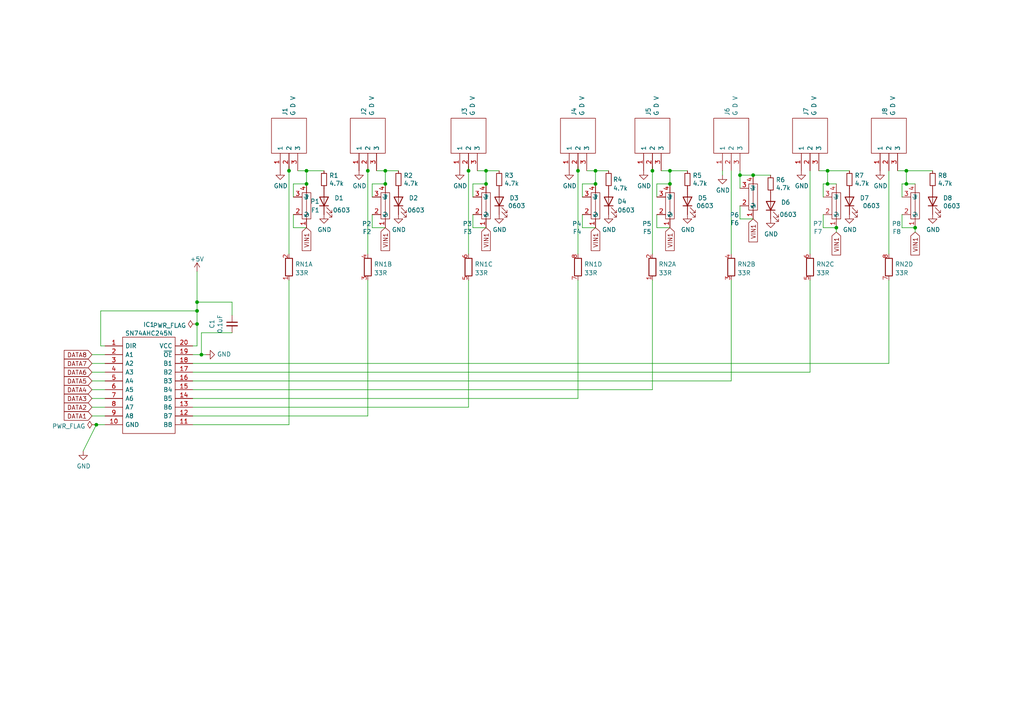
<source format=kicad_sch>
(kicad_sch (version 20211123) (generator eeschema)
  (paper "A4")
  (title_block (title "RPI Cape DPI 24ch Pixel Controller") (date "2022-04-04") (company "OnlineDynamic"))
  (lib_symbols
    (symbol "Device:C_Small" (pin_numbers hide) (pin_names (offset 0.254) hide)
      (property "Reference" "C" (at 0.254 1.778 0))
      (property "Value" "C_Small" (at 0.254 -2.032 0))
      (symbol "C_Small_0_1"
        (polyline (pts (xy -1.524 -0.508) (xy 1.524 -0.508)) (stroke (width 0.3302)))
        (polyline (pts (xy -1.524 0.508) (xy 1.524 0.508)) (stroke (width 0.3048)))
      )
      (symbol "C_Small_1_1"
        (pin passive line (at 0 2.54 270) (length 2.032) (name "~") (number "1"))
        (pin passive line (at 0 -2.54 90) (length 2.032) (name "~") (number "2"))
      )
    )
    (symbol "Device:LED" (pin_numbers hide) (pin_names (offset 1.016) hide)
      (property "Reference" "D" (at 0 2.54 0))
      (property "Value" "LED" (at 0 -2.54 0))
      (symbol "LED_0_1"
        (polyline (pts (xy -1.27 -1.27) (xy -1.27 1.27)) (stroke (width 0.254)))
        (polyline (pts (xy -1.27 0) (xy 1.27 0)))
        (polyline (pts (xy 1.27 -1.27) (xy 1.27 1.27) (xy -1.27 0) (xy 1.27 -1.27)) (stroke (width 0.254)))
        (polyline (pts (xy -3.048 -0.762) (xy -4.572 -2.286) (xy -3.81 -2.286) (xy -4.572 -2.286) (xy -4.572 -1.524)))
        (polyline (pts (xy -1.778 -0.762) (xy -3.302 -2.286) (xy -2.54 -2.286) (xy -3.302 -2.286) (xy -3.302 -1.524)))
      )
      (symbol "LED_1_1"
        (pin passive line (at -3.81 0 0) (length 2.54) (name "K") (number "1"))
        (pin passive line (at 3.81 0 180) (length 2.54) (name "A") (number "2"))
      )
    )
    (symbol "Device:R_Pack04_SIP_Split" (pin_names (offset 0) hide)
      (property "Reference" "RN" (at 2.032 0 90))
      (property "Value" "R_Pack04_SIP_Split" (at 0 0 90))
      (symbol "R_Pack04_SIP_Split_0_1"
        (rectangle (start 1.016 2.54) (end -1.016 -2.54) (stroke (width 0.254)))
      )
      (symbol "R_Pack04_SIP_Split_1_1"
        (pin passive line (at 0 -3.81 90) (length 1.27) (name "R1.1") (number "1"))
        (pin passive line (at 0 3.81 270) (length 1.27) (name "R1.2") (number "2"))
      )
      (symbol "R_Pack04_SIP_Split_2_1"
        (pin passive line (at 0 -3.81 90) (length 1.27) (name "R2.1") (number "3"))
        (pin passive line (at 0 3.81 270) (length 1.27) (name "R2.2") (number "4"))
      )
      (symbol "R_Pack04_SIP_Split_3_1"
        (pin passive line (at 0 -3.81 90) (length 1.27) (name "R3.1") (number "5"))
        (pin passive line (at 0 3.81 270) (length 1.27) (name "R3.2") (number "6"))
      )
      (symbol "R_Pack04_SIP_Split_4_1"
        (pin passive line (at 0 -3.81 90) (length 1.27) (name "R4.1") (number "7"))
        (pin passive line (at 0 3.81 270) (length 1.27) (name "R4.2") (number "8"))
      )
    )
    (symbol "Device:R_Small" (pin_numbers hide) (pin_names (offset 0.254) hide)
      (property "Reference" "R" (at 0.762 0.508 0))
      (property "Value" "R_Small" (at 0.762 -1.016 0))
      (symbol "R_Small_0_1"
        (rectangle (start -0.762 1.778) (end 0.762 -1.778) (stroke (width 0.2032)))
      )
      (symbol "R_Small_1_1"
        (pin passive line (at 0 2.54 270) (length 0.762) (name "~") (number "1"))
        (pin passive line (at 0 -2.54 90) (length 0.762) (name "~") (number "2"))
      )
    )
    (symbol "SamacSys_Parts:SN74AHC245N" (pin_names (offset 0.762))
      (property "Reference" "IC" (at 21.59 7.62 0))
      (property "Value" "SN74AHC245N" (at 21.59 5.08 0))
      (symbol "SN74AHC245N_0_0"
        (pin passive line (at 0 0 0) (length 5.08) (name "DIR") (number "1"))
        (pin passive line (at 0 -22.86 0) (length 5.08) (name "GND") (number "10"))
        (pin passive line (at 25.4 -22.86 180) (length 5.08) (name "B8") (number "11"))
        (pin passive line (at 25.4 -20.32 180) (length 5.08) (name "B7") (number "12"))
        (pin passive line (at 25.4 -17.78 180) (length 5.08) (name "B6") (number "13"))
        (pin passive line (at 25.4 -15.24 180) (length 5.08) (name "B5") (number "14"))
        (pin passive line (at 25.4 -12.7 180) (length 5.08) (name "B4") (number "15"))
        (pin passive line (at 25.4 -10.16 180) (length 5.08) (name "B3") (number "16"))
        (pin passive line (at 25.4 -7.62 180) (length 5.08) (name "B2") (number "17"))
        (pin passive line (at 25.4 -5.08 180) (length 5.08) (name "B1") (number "18"))
        (pin passive line (at 25.4 -2.54 180) (length 5.08) (name "~{OE}") (number "19"))
        (pin passive line (at 0 -2.54 0) (length 5.08) (name "A1") (number "2"))
        (pin passive line (at 25.4 0 180) (length 5.08) (name "VCC") (number "20"))
        (pin passive line (at 0 -5.08 0) (length 5.08) (name "A2") (number "3"))
        (pin passive line (at 0 -7.62 0) (length 5.08) (name "A3") (number "4"))
        (pin passive line (at 0 -10.16 0) (length 5.08) (name "A4") (number "5"))
        (pin passive line (at 0 -12.7 0) (length 5.08) (name "A5") (number "6"))
        (pin passive line (at 0 -15.24 0) (length 5.08) (name "A6") (number "7"))
        (pin passive line (at 0 -17.78 0) (length 5.08) (name "A7") (number "8"))
        (pin passive line (at 0 -20.32 0) (length 5.08) (name "A8") (number "9"))
      )
      (symbol "SN74AHC245N_0_1"
        (polyline (pts (xy 5.08 2.54) (xy 20.32 2.54) (xy 20.32 -25.4) (xy 5.08 -25.4) (xy 5.08 2.54)) (stroke (width 0.1524)))
      )
    )
    (symbol "Stuarts_BESPOKE:Medium_Auto_Fuse_Holder"
      (property "Reference" "F" (at 0 0 0))
      (property "Value" "Medium_Auto_Fuse_Holder" (at 11.43 -5.08 0))
      (symbol "Medium_Auto_Fuse_Holder_0_1"
        (rectangle (start -3.81 -2.54) (end -1.27 -10.16) (stroke (width 0.1524)))
        (polyline (pts (xy -2.54 -10.16) (xy -2.54 -2.54)) (stroke (width 0.1524)))
      )
      (symbol "Medium_Auto_Fuse_Holder_1_1"
        (pin input line (at -2.54 0 270) (length 2.54) (name "1") (number "1"))
        (pin input line (at 1.27 -3.81 180) (length 2.54) (name "2") (number "2"))
        (pin output line (at 1.27 -8.89 180) (length 2.54) (name "3") (number "3"))
        (pin output line (at -2.54 -12.7 90) (length 2.54) (name "4") (number "4"))
      )
    )
    (symbol "owl_cape-rescue:284514-3-SamacSys_Parts" (pin_names (offset 0.762))
      (property "Reference" "J" (at 16.51 7.62 0))
      (property "Value" "284514-3-SamacSys_Parts" (at 16.51 5.08 0))
      (symbol "284514-3-SamacSys_Parts_0_0"
        (pin passive line (at 0 0 0) (length 5.08) (name "1") (number "1"))
        (pin passive line (at 0 -2.54 0) (length 5.08) (name "2") (number "2"))
        (pin passive line (at 0 -5.08 0) (length 5.08) (name "3") (number "3"))
      )
      (symbol "284514-3-SamacSys_Parts_0_1"
        (polyline (pts (xy 5.08 2.54) (xy 15.24 2.54) (xy 15.24 -7.62) (xy 5.08 -7.62) (xy 5.08 2.54)) (stroke (width 0.1524)))
      )
    )
    (symbol "power:+5V" (power) (pin_names (offset 0))
      (property "Value" "+5V" (at 0 3.556 0))
      (symbol "+5V_0_1"
        (polyline (pts (xy -0.762 1.27) (xy 0 2.54)))
        (polyline (pts (xy 0 0) (xy 0 2.54)))
        (polyline (pts (xy 0 2.54) (xy 0.762 1.27)))
      )
      (symbol "+5V_1_1"
        (pin power_in line (at 0 0 90) (length 0) hide (name "+5V") (number "1"))
      )
    )
    (symbol "power:GND" (power) (pin_names (offset 0))
      (property "Value" "GND" (at 0 -3.81 0))
      (symbol "GND_0_1"
        (polyline (pts (xy 0 0) (xy 0 -1.27) (xy 1.27 -1.27) (xy 0 -2.54) (xy -1.27 -1.27) (xy 0 -1.27)))
      )
      (symbol "GND_1_1"
        (pin power_in line (at 0 0 270) (length 0) hide (name "GND") (number "1"))
      )
    )
    (symbol "power:PWR_FLAG" (power) (pin_numbers hide) (pin_names (offset 0) hide)
      (property "Value" "PWR_FLAG" (at 0 3.81 0))
      (symbol "PWR_FLAG_0_0"
        (pin power_out line (at 0 0 90) (length 0) (name "pwr") (number "1"))
      )
      (symbol "PWR_FLAG_0_1"
        (polyline (pts (xy 0 0) (xy 0 1.27) (xy -1.016 1.905) (xy 0 2.54) (xy 1.016 1.905) (xy 0 1.27)))
      )
    )
  )
  (junction (at 140.97 53.34))
  (junction (at 106.68 49.53))
  (junction (at 240.03 53.34))
  (junction (at 135.89 49.53))
  (junction (at 57.15 90.17))
  (junction (at 194.31 53.34))
  (junction (at 88.9 49.53))
  (junction (at 240.03 49.53))
  (junction (at 172.72 53.34))
  (junction (at 57.15 93.98))
  (junction (at 262.89 49.53))
  (junction (at 265.43 66.04))
  (junction (at 83.82 49.53))
  (junction (at 218.44 50.8))
  (junction (at 262.89 53.34))
  (junction (at 27.94 123.19))
  (junction (at 57.15 87.63))
  (junction (at 58.42 102.87))
  (junction (at 111.76 49.53))
  (junction (at 140.97 49.53))
  (junction (at 194.31 49.53))
  (junction (at 189.23 49.53))
  (junction (at 172.72 49.53))
  (junction (at 167.64 49.53))
  (junction (at 111.76 53.34))
  (junction (at 214.63 50.8))
  (junction (at 242.57 66.04))
  (junction (at 88.9 53.34))
  (wire (pts (xy 88.9 49.53) (xy 93.98 49.53)))
  (wire (pts (xy 242.57 66.04) (xy 242.57 67.31)))
  (wire (pts (xy 168.91 53.34) (xy 172.72 53.34)))
  (wire (pts (xy 265.43 66.04) (xy 265.43 67.31)))
  (wire (pts (xy 140.97 49.53) (xy 144.78 49.53)))
  (wire (pts (xy 261.62 66.04) (xy 265.43 66.04)))
  (wire (pts (xy 137.16 57.15) (xy 137.16 53.34)))
  (wire (pts (xy 138.43 49.53) (xy 140.97 49.53)))
  (wire (pts (xy 234.95 49.53) (xy 234.95 73.66)))
  (wire (pts (xy 107.95 57.15) (xy 107.95 53.34)))
  (wire (pts (xy 85.09 53.34) (xy 88.9 53.34)))
  (wire (pts (xy 109.22 49.53) (xy 111.76 49.53)))
  (wire (pts (xy 30.48 110.49) (xy 26.67 110.49)))
  (wire (pts (xy 67.31 96.52) (xy 58.42 96.52)))
  (wire (pts (xy 240.03 49.53) (xy 246.38 49.53)))
  (wire (pts (xy 58.42 96.52) (xy 58.42 102.87)))
  (wire (pts (xy 218.44 50.8) (xy 223.52 50.8)))
  (wire (pts (xy 85.09 62.23) (xy 85.09 66.04)))
  (wire (pts (xy 26.67 107.95) (xy 30.48 107.95)))
  (wire (pts (xy 261.62 53.34) (xy 262.89 53.34)))
  (wire (pts (xy 83.82 49.53) (xy 83.82 73.66)))
  (wire (pts (xy 107.95 62.23) (xy 107.95 66.04)))
  (wire (pts (xy 137.16 53.34) (xy 140.97 53.34)))
  (wire (pts (xy 167.64 48.26) (xy 167.64 49.53)))
  (wire (pts (xy 190.5 66.04) (xy 194.31 66.04)))
  (wire (pts (xy 262.89 49.53) (xy 262.89 53.34)))
  (wire (pts (xy 26.67 118.11) (xy 30.48 118.11)))
  (wire (pts (xy 55.88 100.33) (xy 57.15 100.33)))
  (wire (pts (xy 209.55 49.53) (xy 209.55 50.8)))
  (wire (pts (xy 57.15 78.74) (xy 57.15 87.63)))
  (wire (pts (xy 257.81 81.28) (xy 257.81 105.41)))
  (wire (pts (xy 55.88 118.11) (xy 135.89 118.11)))
  (wire (pts (xy 67.31 91.44) (xy 67.31 87.63)))
  (wire (pts (xy 214.63 50.8) (xy 218.44 50.8)))
  (wire (pts (xy 26.67 120.65) (xy 30.48 120.65)))
  (wire (pts (xy 214.63 50.8) (xy 214.63 54.61)))
  (wire (pts (xy 168.91 66.04) (xy 172.72 66.04)))
  (wire (pts (xy 261.62 62.23) (xy 261.62 66.04)))
  (wire (pts (xy 262.89 49.53) (xy 270.51 49.53)))
  (wire (pts (xy 172.72 49.53) (xy 172.72 53.34)))
  (wire (pts (xy 214.63 49.53) (xy 214.63 50.8)))
  (wire (pts (xy 189.23 48.26) (xy 189.23 49.53)))
  (wire (pts (xy 55.88 123.19) (xy 83.82 123.19)))
  (wire (pts (xy 140.97 49.53) (xy 140.97 53.34)))
  (wire (pts (xy 189.23 49.53) (xy 189.23 73.66)))
  (wire (pts (xy 170.18 49.53) (xy 172.72 49.53)))
  (wire (pts (xy 167.64 115.57) (xy 167.64 81.28)))
  (wire (pts (xy 214.63 63.5) (xy 218.44 63.5)))
  (wire (pts (xy 88.9 49.53) (xy 88.9 53.34)))
  (wire (pts (xy 189.23 113.03) (xy 55.88 113.03)))
  (wire (pts (xy 238.76 66.04) (xy 242.57 66.04)))
  (wire (pts (xy 261.62 57.15) (xy 261.62 53.34)))
  (wire (pts (xy 29.21 100.33) (xy 30.48 100.33)))
  (wire (pts (xy 234.95 81.28) (xy 234.95 107.95)))
  (wire (pts (xy 168.91 57.15) (xy 168.91 53.34)))
  (wire (pts (xy 55.88 115.57) (xy 167.64 115.57)))
  (wire (pts (xy 57.15 90.17) (xy 57.15 93.98)))
  (wire (pts (xy 240.03 49.53) (xy 240.03 53.34)))
  (wire (pts (xy 29.21 90.17) (xy 57.15 90.17)))
  (wire (pts (xy 26.67 102.87) (xy 30.48 102.87)))
  (wire (pts (xy 168.91 62.23) (xy 168.91 66.04)))
  (wire (pts (xy 55.88 102.87) (xy 58.42 102.87)))
  (wire (pts (xy 257.81 105.41) (xy 55.88 105.41)))
  (wire (pts (xy 189.23 81.28) (xy 189.23 113.03)))
  (wire (pts (xy 107.95 53.34) (xy 111.76 53.34)))
  (wire (pts (xy 191.77 49.53) (xy 194.31 49.53)))
  (wire (pts (xy 212.09 110.49) (xy 55.88 110.49)))
  (wire (pts (xy 83.82 48.26) (xy 83.82 49.53)))
  (wire (pts (xy 135.89 48.26) (xy 135.89 49.53)))
  (wire (pts (xy 214.63 59.69) (xy 214.63 63.5)))
  (wire (pts (xy 29.21 90.17) (xy 29.21 100.33)))
  (wire (pts (xy 55.88 120.65) (xy 106.68 120.65)))
  (wire (pts (xy 111.76 49.53) (xy 111.76 53.34)))
  (wire (pts (xy 194.31 49.53) (xy 199.39 49.53)))
  (wire (pts (xy 238.76 62.23) (xy 238.76 66.04)))
  (wire (pts (xy 85.09 57.15) (xy 85.09 53.34)))
  (wire (pts (xy 83.82 123.19) (xy 83.82 81.28)))
  (wire (pts (xy 67.31 87.63) (xy 57.15 87.63)))
  (wire (pts (xy 240.03 53.34) (xy 242.57 53.34)))
  (wire (pts (xy 190.5 62.23) (xy 190.5 66.04)))
  (wire (pts (xy 137.16 66.04) (xy 140.97 66.04)))
  (wire (pts (xy 212.09 49.53) (xy 212.09 73.66)))
  (wire (pts (xy 58.42 102.87) (xy 59.69 102.87)))
  (wire (pts (xy 167.64 49.53) (xy 167.64 73.66)))
  (wire (pts (xy 106.68 48.26) (xy 106.68 49.53)))
  (wire (pts (xy 107.95 66.04) (xy 111.76 66.04)))
  (wire (pts (xy 238.76 57.15) (xy 238.76 53.34)))
  (wire (pts (xy 106.68 49.53) (xy 106.68 73.66)))
  (wire (pts (xy 27.94 123.19) (xy 30.48 123.19)))
  (wire (pts (xy 238.76 53.34) (xy 240.03 53.34)))
  (wire (pts (xy 194.31 49.53) (xy 194.31 53.34)))
  (wire (pts (xy 137.16 62.23) (xy 137.16 66.04)))
  (wire (pts (xy 106.68 120.65) (xy 106.68 81.28)))
  (wire (pts (xy 190.5 57.15) (xy 190.5 53.34)))
  (wire (pts (xy 135.89 118.11) (xy 135.89 81.28)))
  (wire (pts (xy 234.95 107.95) (xy 55.88 107.95)))
  (wire (pts (xy 190.5 53.34) (xy 194.31 53.34)))
  (wire (pts (xy 257.81 49.53) (xy 257.81 73.66)))
  (wire (pts (xy 57.15 87.63) (xy 57.15 90.17)))
  (wire (pts (xy 24.13 130.81) (xy 27.94 123.19)))
  (wire (pts (xy 26.67 113.03) (xy 30.48 113.03)))
  (wire (pts (xy 172.72 49.53) (xy 176.53 49.53)))
  (wire (pts (xy 85.09 66.04) (xy 88.9 66.04)))
  (wire (pts (xy 57.15 93.98) (xy 57.15 100.33)))
  (wire (pts (xy 86.36 49.53) (xy 88.9 49.53)))
  (wire (pts (xy 260.35 49.53) (xy 262.89 49.53)))
  (wire (pts (xy 212.09 81.28) (xy 212.09 110.49)))
  (wire (pts (xy 262.89 53.34) (xy 265.43 53.34)))
  (wire (pts (xy 111.76 49.53) (xy 115.57 49.53)))
  (wire (pts (xy 26.67 115.57) (xy 30.48 115.57)))
  (wire (pts (xy 135.89 49.53) (xy 135.89 73.66)))
  (wire (pts (xy 237.49 49.53) (xy 240.03 49.53)))
  (wire (pts (xy 26.67 105.41) (xy 30.48 105.41)))
  (global_label "DATA7" (shape input) (at 26.67 105.41 180) (property "Intersheet References" "${INTERSHEET_REFS}" (effects hide)))
  (global_label "VIN1" (shape input) (at 140.97 66.04 270) (property "Intersheet References" "${INTERSHEET_REFS}" (effects hide)))
  (global_label "VIN1" (shape input) (at 265.43 67.31 270) (property "Intersheet References" "${INTERSHEET_REFS}" (effects hide)))
  (global_label "DATA5" (shape input) (at 26.67 110.49 180) (property "Intersheet References" "${INTERSHEET_REFS}" (effects hide)))
  (global_label "VIN1" (shape input) (at 88.9 66.04 270) (property "Intersheet References" "${INTERSHEET_REFS}" (effects hide)))
  (global_label "DATA3" (shape input) (at 26.67 115.57 180) (property "Intersheet References" "${INTERSHEET_REFS}" (effects hide)))
  (global_label "DATA8" (shape input) (at 26.67 102.87 180) (property "Intersheet References" "${INTERSHEET_REFS}" (effects hide)))
  (global_label "DATA6" (shape input) (at 26.67 107.95 180) (property "Intersheet References" "${INTERSHEET_REFS}" (effects hide)))
  (global_label "DATA4" (shape input) (at 26.67 113.03 180) (property "Intersheet References" "${INTERSHEET_REFS}" (effects hide)))
  (global_label "VIN1" (shape input) (at 111.76 66.04 270) (property "Intersheet References" "${INTERSHEET_REFS}" (effects hide)))
  (global_label "VIN1" (shape input) (at 218.44 63.5 270) (property "Intersheet References" "${INTERSHEET_REFS}" (effects hide)))
  (global_label "VIN1" (shape input) (at 242.57 67.31 270) (property "Intersheet References" "${INTERSHEET_REFS}" (effects hide)))
  (global_label "DATA2" (shape input) (at 26.67 118.11 180) (property "Intersheet References" "${INTERSHEET_REFS}" (effects hide)))
  (global_label "VIN1" (shape input) (at 194.31 66.04 270) (property "Intersheet References" "${INTERSHEET_REFS}" (effects hide)))
  (global_label "DATA1" (shape input) (at 26.67 120.65 180) (property "Intersheet References" "${INTERSHEET_REFS}" (effects hide)))
  (global_label "VIN1" (shape input) (at 172.72 66.04 270) (property "Intersheet References" "${INTERSHEET_REFS}" (effects hide)))
  (symbol (lib_id "owl_cape-rescue:284514-3-SamacSys_Parts") (at 104.14 49.53 90) (unit 1)
    (property "Reference" "J2" (at 105.5116 33.5788 0) (effects (justify left)))
    (property "Value" "G D V" (at 107.823 33.5788 0) (effects (justify left)))
    (property "Footprint" "Connector_Phoenix_MC:PhoenixContact_MCV_1,5_3-G-3.5_1x03_P3.50mm_Vertical" (effects hide))
    (property "Datasheet" "https://www.te.com/commerce/DocumentDelivery/DDEController?Action=srchrtrv&DocNm=284514&DocType=Customer+Drawing&DocLang=English&DocFormat=pdf&PartCntxt=284514-3" (effects hide))
    (property "Description" "TE Connectivity Buchanan, 3 Way, 1 Row, Straight PCB Terminal Block Header" (effects hide))
    (property "Height" "9.4" (effects hide))
    (property "Mouser Part Number" "571-284514-3" (effects hide))
    (property "Mouser Price/Stock" "https://www.mouser.co.uk/ProductDetail/TE-Connectivity/284514-3/?qs=woBvfblj%2FzwGS50caoQlYA%3D%3D" (effects hide))
    (property "Manufacturer_Name" "TE Connectivity" (effects hide))
    (property "Manufacturer_Part_Number" "284514-3" (effects hide))
  )
  (symbol (lib_id "owl_cape-rescue:284514-3-SamacSys_Parts") (at 133.35 49.53 90) (unit 1)
    (property "Reference" "J3" (at 134.7216 33.5788 0) (effects (justify left)))
    (property "Value" "G D V" (at 137.033 33.5788 0) (effects (justify left)))
    (property "Footprint" "Connector_Phoenix_MC:PhoenixContact_MCV_1,5_3-G-3.5_1x03_P3.50mm_Vertical" (effects hide))
    (property "Datasheet" "https://www.te.com/commerce/DocumentDelivery/DDEController?Action=srchrtrv&DocNm=284514&DocType=Customer+Drawing&DocLang=English&DocFormat=pdf&PartCntxt=284514-3" (effects hide))
    (property "Description" "TE Connectivity Buchanan, 3 Way, 1 Row, Straight PCB Terminal Block Header" (effects hide))
    (property "Height" "9.4" (effects hide))
    (property "Mouser Part Number" "571-284514-3" (effects hide))
    (property "Mouser Price/Stock" "https://www.mouser.co.uk/ProductDetail/TE-Connectivity/284514-3/?qs=woBvfblj%2FzwGS50caoQlYA%3D%3D" (effects hide))
    (property "Manufacturer_Name" "TE Connectivity" (effects hide))
    (property "Manufacturer_Part_Number" "284514-3" (effects hide))
  )
  (symbol (lib_id "owl_cape-rescue:284514-3-SamacSys_Parts") (at 165.1 49.53 90) (unit 1)
    (property "Reference" "J4" (at 166.4716 33.5788 0) (effects (justify left)))
    (property "Value" "G D V" (at 168.783 33.5788 0) (effects (justify left)))
    (property "Footprint" "Connector_Phoenix_MC:PhoenixContact_MCV_1,5_3-G-3.5_1x03_P3.50mm_Vertical" (effects hide))
    (property "Datasheet" "https://www.te.com/commerce/DocumentDelivery/DDEController?Action=srchrtrv&DocNm=284514&DocType=Customer+Drawing&DocLang=English&DocFormat=pdf&PartCntxt=284514-3" (effects hide))
    (property "Description" "TE Connectivity Buchanan, 3 Way, 1 Row, Straight PCB Terminal Block Header" (effects hide))
    (property "Height" "9.4" (effects hide))
    (property "Mouser Part Number" "571-284514-3" (effects hide))
    (property "Mouser Price/Stock" "https://www.mouser.co.uk/ProductDetail/TE-Connectivity/284514-3/?qs=woBvfblj%2FzwGS50caoQlYA%3D%3D" (effects hide))
    (property "Manufacturer_Name" "TE Connectivity" (effects hide))
    (property "Manufacturer_Part_Number" "284514-3" (effects hide))
  )
  (symbol (lib_id "owl_cape-rescue:284514-3-SamacSys_Parts") (at 186.69 49.53 90) (unit 1)
    (property "Reference" "J5" (at 188.0616 33.5788 0) (effects (justify left)))
    (property "Value" "G D V" (at 190.373 33.5788 0) (effects (justify left)))
    (property "Footprint" "Connector_Phoenix_MC:PhoenixContact_MCV_1,5_3-G-3.5_1x03_P3.50mm_Vertical" (effects hide))
    (property "Datasheet" "https://www.te.com/commerce/DocumentDelivery/DDEController?Action=srchrtrv&DocNm=284514&DocType=Customer+Drawing&DocLang=English&DocFormat=pdf&PartCntxt=284514-3" (effects hide))
    (property "Description" "TE Connectivity Buchanan, 3 Way, 1 Row, Straight PCB Terminal Block Header" (effects hide))
    (property "Height" "9.4" (effects hide))
    (property "Mouser Part Number" "571-284514-3" (effects hide))
    (property "Mouser Price/Stock" "https://www.mouser.co.uk/ProductDetail/TE-Connectivity/284514-3/?qs=woBvfblj%2FzwGS50caoQlYA%3D%3D" (effects hide))
    (property "Manufacturer_Name" "TE Connectivity" (effects hide))
    (property "Manufacturer_Part_Number" "284514-3" (effects hide))
  )
  (symbol (lib_id "owl_cape-rescue:284514-3-SamacSys_Parts") (at 209.55 49.53 90) (unit 1)
    (property "Reference" "J6" (at 210.9216 33.5788 0) (effects (justify left)))
    (property "Value" "G D V" (at 213.233 33.5788 0) (effects (justify left)))
    (property "Footprint" "Connector_Phoenix_MC:PhoenixContact_MCV_1,5_3-G-3.5_1x03_P3.50mm_Vertical" (effects hide))
    (property "Datasheet" "https://www.te.com/commerce/DocumentDelivery/DDEController?Action=srchrtrv&DocNm=284514&DocType=Customer+Drawing&DocLang=English&DocFormat=pdf&PartCntxt=284514-3" (effects hide))
    (property "Description" "TE Connectivity Buchanan, 3 Way, 1 Row, Straight PCB Terminal Block Header" (effects hide))
    (property "Height" "9.4" (effects hide))
    (property "Mouser Part Number" "571-284514-3" (effects hide))
    (property "Mouser Price/Stock" "https://www.mouser.co.uk/ProductDetail/TE-Connectivity/284514-3/?qs=woBvfblj%2FzwGS50caoQlYA%3D%3D" (effects hide))
    (property "Manufacturer_Name" "TE Connectivity" (effects hide))
    (property "Manufacturer_Part_Number" "284514-3" (effects hide))
  )
  (symbol (lib_id "owl_cape-rescue:284514-3-SamacSys_Parts") (at 232.41 49.53 90) (unit 1)
    (property "Reference" "J7" (at 233.7816 33.5788 0) (effects (justify left)))
    (property "Value" "G D V" (at 236.093 33.5788 0) (effects (justify left)))
    (property "Footprint" "Connector_Phoenix_MC:PhoenixContact_MCV_1,5_3-G-3.5_1x03_P3.50mm_Vertical" (effects hide))
    (property "Datasheet" "https://www.te.com/commerce/DocumentDelivery/DDEController?Action=srchrtrv&DocNm=284514&DocType=Customer+Drawing&DocLang=English&DocFormat=pdf&PartCntxt=284514-3" (effects hide))
    (property "Description" "TE Connectivity Buchanan, 3 Way, 1 Row, Straight PCB Terminal Block Header" (effects hide))
    (property "Height" "9.4" (effects hide))
    (property "Mouser Part Number" "571-284514-3" (effects hide))
    (property "Mouser Price/Stock" "https://www.mouser.co.uk/ProductDetail/TE-Connectivity/284514-3/?qs=woBvfblj%2FzwGS50caoQlYA%3D%3D" (effects hide))
    (property "Manufacturer_Name" "TE Connectivity" (effects hide))
    (property "Manufacturer_Part_Number" "284514-3" (effects hide))
  )
  (symbol (lib_id "owl_cape-rescue:284514-3-SamacSys_Parts") (at 255.27 49.53 90) (unit 1)
    (property "Reference" "J8" (at 256.6416 33.5788 0) (effects (justify left)))
    (property "Value" "G D V" (at 258.953 33.5788 0) (effects (justify left)))
    (property "Footprint" "Connector_Phoenix_MC:PhoenixContact_MCV_1,5_3-G-3.5_1x03_P3.50mm_Vertical" (effects hide))
    (property "Datasheet" "https://www.te.com/commerce/DocumentDelivery/DDEController?Action=srchrtrv&DocNm=284514&DocType=Customer+Drawing&DocLang=English&DocFormat=pdf&PartCntxt=284514-3" (effects hide))
    (property "Description" "TE Connectivity Buchanan, 3 Way, 1 Row, Straight PCB Terminal Block Header" (effects hide))
    (property "Height" "9.4" (effects hide))
    (property "Mouser Part Number" "571-284514-3" (effects hide))
    (property "Mouser Price/Stock" "https://www.mouser.co.uk/ProductDetail/TE-Connectivity/284514-3/?qs=woBvfblj%2FzwGS50caoQlYA%3D%3D" (effects hide))
    (property "Manufacturer_Name" "TE Connectivity" (effects hide))
    (property "Manufacturer_Part_Number" "284514-3" (effects hide))
  )
  (symbol (lib_id "power:GND") (at 104.14 49.53 0) (unit 1)
    (property "Reference" "#PWR019" (effects hide))
    (property "Value" "GND" (at 104.267 53.9242 0))
  )
  (symbol (lib_id "Stuarts_BESPOKE:Medium_Auto_Fuse_Holder") (at 86.36 66.04 180) (unit 1)
    (property "Reference" "F1" (at 92.71 60.96 0) (effects (justify left)))
    (property "Value" "P1" (at 92.71 58.42 0) (effects (justify left)))
    (property "Footprint" "Stuart_BESPOKE:Medium Auto Fuse Holder" (effects hide))
  )
  (symbol (lib_id "power:GND") (at 81.28 49.53 0) (unit 1)
    (property "Reference" "#PWR017" (effects hide))
    (property "Value" "GND" (at 81.407 53.9242 0))
  )
  (symbol (lib_id "Stuarts_BESPOKE:Medium_Auto_Fuse_Holder") (at 109.22 66.04 180) (unit 1)
    (property "Reference" "F2" (at 107.696 67.2084 0) (effects (justify left)))
    (property "Value" "P2" (at 107.696 64.897 0) (effects (justify left)))
    (property "Footprint" "Stuart_BESPOKE:Medium Auto Fuse Holder" (effects hide))
  )
  (symbol (lib_id "power:GND") (at 133.35 49.53 0) (unit 1)
    (property "Reference" "#PWR021" (effects hide))
    (property "Value" "GND" (at 133.477 53.9242 0))
  )
  (symbol (lib_id "Stuarts_BESPOKE:Medium_Auto_Fuse_Holder") (at 138.43 66.04 180) (unit 1)
    (property "Reference" "F3" (at 136.906 67.2084 0) (effects (justify left)))
    (property "Value" "P3" (at 136.906 64.897 0) (effects (justify left)))
    (property "Footprint" "Stuart_BESPOKE:Medium Auto Fuse Holder" (effects hide))
  )
  (symbol (lib_id "power:GND") (at 165.1 49.53 0) (unit 1)
    (property "Reference" "#PWR023" (effects hide))
    (property "Value" "GND" (at 165.227 53.9242 0))
  )
  (symbol (lib_id "Stuarts_BESPOKE:Medium_Auto_Fuse_Holder") (at 170.18 66.04 180) (unit 1)
    (property "Reference" "F4" (at 168.656 67.2084 0) (effects (justify left)))
    (property "Value" "P4" (at 168.656 64.897 0) (effects (justify left)))
    (property "Footprint" "Stuart_BESPOKE:Medium Auto Fuse Holder" (effects hide))
  )
  (symbol (lib_id "power:GND") (at 186.69 49.53 0) (unit 1)
    (property "Reference" "#PWR025" (effects hide))
    (property "Value" "GND" (at 186.817 53.9242 0))
  )
  (symbol (lib_id "Stuarts_BESPOKE:Medium_Auto_Fuse_Holder") (at 191.77 66.04 180) (unit 1)
    (property "Reference" "F5" (at 188.976 67.2084 0) (effects (justify left)))
    (property "Value" "P5" (at 188.976 64.897 0) (effects (justify left)))
    (property "Footprint" "Stuart_BESPOKE:Medium Auto Fuse Holder" (effects hide))
  )
  (symbol (lib_id "power:GND") (at 209.55 50.8 0) (unit 1)
    (property "Reference" "#PWR027" (effects hide))
    (property "Value" "GND" (at 209.677 55.1942 0))
  )
  (symbol (lib_id "Stuarts_BESPOKE:Medium_Auto_Fuse_Holder") (at 215.9 63.5 180) (unit 1)
    (property "Reference" "F6" (at 214.376 64.6684 0) (effects (justify left)))
    (property "Value" "P6" (at 214.376 62.357 0) (effects (justify left)))
    (property "Footprint" "Stuart_BESPOKE:Medium Auto Fuse Holder" (effects hide))
  )
  (symbol (lib_id "power:GND") (at 232.41 49.53 0) (unit 1)
    (property "Reference" "#PWR029" (effects hide))
    (property "Value" "GND" (at 232.537 53.9242 0))
  )
  (symbol (lib_id "power:GND") (at 255.27 49.53 0) (unit 1)
    (property "Reference" "#PWR031" (effects hide))
    (property "Value" "GND" (at 255.397 53.9242 0))
  )
  (symbol (lib_id "Stuarts_BESPOKE:Medium_Auto_Fuse_Holder") (at 262.89 66.04 180) (unit 1)
    (property "Reference" "F8" (at 261.366 67.2084 0) (effects (justify left)))
    (property "Value" "P8" (at 261.366 64.897 0) (effects (justify left)))
    (property "Footprint" "Stuart_BESPOKE:Medium Auto Fuse Holder" (effects hide))
  )
  (symbol (lib_id "Device:LED") (at 270.51 58.42 90) (unit 1)
    (property "Reference" "D8" (at 273.5072 57.4294 90) (effects (justify right)))
    (property "Value" "0603" (at 273.5072 59.7408 90) (effects (justify right)))
    (property "Footprint" "LED_SMD:LED_0603_1608Metric" (effects hide))
    (property "Datasheet" "Everlight-Elec-19-217-GHC-YR1S2-3T_C72043.pdf" (effects hide))
    (property "Description" "C72043" (effects hide))
  )
  (symbol (lib_id "power:GND") (at 270.51 62.23 0) (unit 1)
    (property "Reference" "#PWR032" (effects hide))
    (property "Value" "GND" (at 270.637 66.6242 0))
  )
  (symbol (lib_id "Device:R_Small") (at 270.51 52.07 0) (unit 1)
    (property "Reference" "R8" (at 272.0086 50.9016 0) (effects (justify left)))
    (property "Value" "4.7k" (at 272.0086 53.213 0) (effects (justify left)))
    (property "Footprint" "Resistor_SMD:R_0805_2012Metric" (effects hide))
    (property "Datasheet" "https://datasheet.lcsc.com/szlcsc/Uniroyal-Elec-0805W8F2201T5E_C17520.pdf" (effects hide))
    (property "Description" "C17673" (effects hide))
  )
  (symbol (lib_id "Device:LED") (at 246.38 58.42 90) (unit 1)
    (property "Reference" "D7" (at 249.3772 57.4294 90) (effects (justify right)))
    (property "Value" "0603" (at 250.19 59.69 90) (effects (justify right)))
    (property "Footprint" "LED_SMD:LED_0603_1608Metric" (effects hide))
    (property "Datasheet" "Everlight-Elec-19-217-GHC-YR1S2-3T_C72043.pdf" (effects hide))
    (property "Description" "C72043" (effects hide))
  )
  (symbol (lib_id "power:GND") (at 246.38 62.23 0) (unit 1)
    (property "Reference" "#PWR030" (effects hide))
    (property "Value" "GND" (at 246.507 66.6242 0))
  )
  (symbol (lib_id "Device:R_Small") (at 246.38 52.07 0) (unit 1)
    (property "Reference" "R7" (at 247.8786 50.9016 0) (effects (justify left)))
    (property "Value" "4.7k" (at 247.8786 53.213 0) (effects (justify left)))
    (property "Footprint" "Resistor_SMD:R_0805_2012Metric" (effects hide))
    (property "Datasheet" "https://datasheet.lcsc.com/szlcsc/Uniroyal-Elec-0805W8F2201T5E_C17520.pdf" (effects hide))
    (property "Description" "C17673" (effects hide))
  )
  (symbol (lib_id "Device:LED") (at 223.52 59.69 90) (unit 1)
    (property "Reference" "D6" (at 226.5172 58.6994 90) (effects (justify right)))
    (property "Value" "0603" (at 226.06 62.23 90) (effects (justify right)))
    (property "Footprint" "LED_SMD:LED_0603_1608Metric" (effects hide))
    (property "Datasheet" "Everlight-Elec-19-217-GHC-YR1S2-3T_C72043.pdf" (effects hide))
    (property "Description" "C72043" (effects hide))
  )
  (symbol (lib_id "power:GND") (at 223.52 63.5 0) (unit 1)
    (property "Reference" "#PWR028" (effects hide))
    (property "Value" "GND" (at 223.647 67.8942 0))
  )
  (symbol (lib_id "Device:R_Small") (at 223.52 53.34 0) (unit 1)
    (property "Reference" "R6" (at 225.0186 52.1716 0) (effects (justify left)))
    (property "Value" "4.7k" (at 225.0186 54.483 0) (effects (justify left)))
    (property "Footprint" "Resistor_SMD:R_0805_2012Metric" (effects hide))
    (property "Datasheet" "https://datasheet.lcsc.com/szlcsc/Uniroyal-Elec-0805W8F2201T5E_C17520.pdf" (effects hide))
    (property "Description" "C17673" (effects hide))
  )
  (symbol (lib_id "Device:LED") (at 199.39 58.42 90) (unit 1)
    (property "Reference" "D5" (at 202.3872 57.4294 90) (effects (justify right)))
    (property "Value" "0603" (at 201.93 59.69 90) (effects (justify right)))
    (property "Footprint" "LED_SMD:LED_0603_1608Metric" (effects hide))
    (property "Datasheet" "Everlight-Elec-19-217-GHC-YR1S2-3T_C72043.pdf" (effects hide))
    (property "Description" "C72043" (effects hide))
  )
  (symbol (lib_id "power:GND") (at 199.39 62.23 0) (unit 1)
    (property "Reference" "#PWR026" (effects hide))
    (property "Value" "GND" (at 199.517 66.6242 0))
  )
  (symbol (lib_id "Device:R_Small") (at 199.39 52.07 0) (unit 1)
    (property "Reference" "R5" (at 200.8886 50.9016 0) (effects (justify left)))
    (property "Value" "4.7k" (at 200.8886 53.213 0) (effects (justify left)))
    (property "Footprint" "Resistor_SMD:R_0805_2012Metric" (effects hide))
    (property "Datasheet" "https://datasheet.lcsc.com/szlcsc/Uniroyal-Elec-0805W8F2201T5E_C17520.pdf" (effects hide))
    (property "Description" "C17673" (effects hide))
  )
  (symbol (lib_id "Device:LED") (at 176.53 58.42 90) (unit 1)
    (property "Reference" "D4" (at 179.07 58.42 90) (effects (justify right)))
    (property "Value" "0603" (at 179.07 60.96 90) (effects (justify right)))
    (property "Footprint" "LED_SMD:LED_0603_1608Metric" (effects hide))
    (property "Datasheet" "Everlight-Elec-19-217-GHC-YR1S2-3T_C72043.pdf" (effects hide))
    (property "Description" "C72043" (effects hide))
  )
  (symbol (lib_id "power:GND") (at 176.53 62.23 0) (unit 1)
    (property "Reference" "#PWR024" (effects hide))
    (property "Value" "GND" (at 176.657 66.6242 0))
  )
  (symbol (lib_id "Device:R_Small") (at 176.53 52.07 0) (unit 1)
    (property "Reference" "R4" (at 177.8 52.07 0) (effects (justify left)))
    (property "Value" "4.7k" (at 177.8 54.61 0) (effects (justify left)))
    (property "Footprint" "Resistor_SMD:R_0805_2012Metric" (effects hide))
    (property "Datasheet" "https://datasheet.lcsc.com/szlcsc/Uniroyal-Elec-0805W8F2201T5E_C17520.pdf" (effects hide))
    (property "Description" "C17673" (effects hide))
  )
  (symbol (lib_id "Device:LED") (at 144.78 58.42 90) (unit 1)
    (property "Reference" "D3" (at 147.7772 57.4294 90) (effects (justify right)))
    (property "Value" "0603" (at 147.32 59.69 90) (effects (justify right)))
    (property "Footprint" "LED_SMD:LED_0603_1608Metric" (effects hide))
    (property "Datasheet" "Everlight-Elec-19-217-GHC-YR1S2-3T_C72043.pdf" (effects hide))
    (property "Description" "C72043" (effects hide))
  )
  (symbol (lib_id "power:GND") (at 144.78 62.23 0) (unit 1)
    (property "Reference" "#PWR022" (effects hide))
    (property "Value" "GND" (at 144.907 66.6242 0))
  )
  (symbol (lib_id "Device:R_Small") (at 144.78 52.07 0) (unit 1)
    (property "Reference" "R3" (at 146.2786 50.9016 0) (effects (justify left)))
    (property "Value" "4.7k" (at 146.2786 53.213 0) (effects (justify left)))
    (property "Footprint" "Resistor_SMD:R_0805_2012Metric" (effects hide))
    (property "Datasheet" "https://datasheet.lcsc.com/szlcsc/Uniroyal-Elec-0805W8F2201T5E_C17520.pdf" (effects hide))
    (property "Description" "C17673" (effects hide))
  )
  (symbol (lib_id "Device:LED") (at 115.57 58.42 90) (unit 1)
    (property "Reference" "D2" (at 118.5672 57.4294 90) (effects (justify right)))
    (property "Value" "0603" (at 118.11 60.96 90) (effects (justify right)))
    (property "Footprint" "LED_SMD:LED_0603_1608Metric" (effects hide))
    (property "Datasheet" "Everlight-Elec-19-217-GHC-YR1S2-3T_C72043.pdf" (effects hide))
    (property "Description" "C72043" (effects hide))
  )
  (symbol (lib_id "power:GND") (at 115.57 62.23 0) (unit 1)
    (property "Reference" "#PWR020" (effects hide))
    (property "Value" "GND" (at 115.697 66.6242 0))
  )
  (symbol (lib_id "Device:R_Small") (at 115.57 52.07 0) (unit 1)
    (property "Reference" "R2" (at 117.0686 50.9016 0) (effects (justify left)))
    (property "Value" "4.7k" (at 117.0686 53.213 0) (effects (justify left)))
    (property "Footprint" "Resistor_SMD:R_0805_2012Metric" (effects hide))
    (property "Datasheet" "https://datasheet.lcsc.com/szlcsc/Uniroyal-Elec-0805W8F2201T5E_C17520.pdf" (effects hide))
    (property "Description" "C17673" (effects hide))
  )
  (symbol (lib_id "Device:LED") (at 93.98 58.42 90) (unit 1)
    (property "Reference" "D1" (at 96.9772 57.4294 90) (effects (justify right)))
    (property "Value" "0603" (at 96.52 60.96 90) (effects (justify right)))
    (property "Footprint" "LED_SMD:LED_0603_1608Metric" (effects hide))
    (property "Datasheet" "Everlight-Elec-19-217-GHC-YR1S2-3T_C72043.pdf" (effects hide))
    (property "Description" "C72043" (effects hide))
  )
  (symbol (lib_id "power:GND") (at 93.98 62.23 0) (unit 1)
    (property "Reference" "#PWR018" (effects hide))
    (property "Value" "GND" (at 94.107 66.6242 0))
  )
  (symbol (lib_id "Device:R_Small") (at 93.98 52.07 0) (unit 1)
    (property "Reference" "R1" (at 95.4786 50.9016 0) (effects (justify left)))
    (property "Value" "4.7k" (at 95.4786 53.213 0) (effects (justify left)))
    (property "Footprint" "Resistor_SMD:R_0805_2012Metric" (effects hide))
    (property "Datasheet" "https://datasheet.lcsc.com/szlcsc/Uniroyal-Elec-0805W8F2201T5E_C17520.pdf" (effects hide))
    (property "Description" "C17673" (effects hide))
  )
  (symbol (lib_id "owl_cape-rescue:284514-3-SamacSys_Parts") (at 81.28 49.53 90) (unit 1)
    (property "Reference" "J1" (at 82.6516 33.5788 0) (effects (justify left)))
    (property "Value" "G D V" (at 84.963 33.5788 0) (effects (justify left)))
    (property "Footprint" "Connector_Phoenix_MC:PhoenixContact_MCV_1,5_3-G-3.5_1x03_P3.50mm_Vertical" (effects hide))
    (property "Datasheet" "https://www.te.com/commerce/DocumentDelivery/DDEController?Action=srchrtrv&DocNm=284514&DocType=Customer+Drawing&DocLang=English&DocFormat=pdf&PartCntxt=284514-3" (effects hide))
    (property "Description" "TE Connectivity Buchanan, 3 Way, 1 Row, Straight PCB Terminal Block Header" (effects hide))
    (property "Height" "9.4" (effects hide))
    (property "Mouser Part Number" "571-284514-3" (effects hide))
    (property "Mouser Price/Stock" "https://www.mouser.co.uk/ProductDetail/TE-Connectivity/284514-3/?qs=woBvfblj%2FzwGS50caoQlYA%3D%3D" (effects hide))
    (property "Manufacturer_Name" "TE Connectivity" (effects hide))
    (property "Manufacturer_Part_Number" "284514-3" (effects hide))
  )
  (symbol (lib_id "power:GND") (at 24.13 130.81 0) (unit 1)
    (property "Reference" "#PWR013" (effects hide))
    (property "Value" "GND" (at 24.257 135.2042 0))
  )
  (symbol (lib_id "power:GND") (at 59.69 102.87 90) (unit 1)
    (property "Reference" "#PWR016" (effects hide))
    (property "Value" "GND" (at 62.9412 102.743 90) (effects (justify right)))
  )
  (symbol (lib_id "Device:C_Small") (at 67.31 93.98 0) (unit 1)
    (property "Reference" "C1" (at 61.4934 93.98 90))
    (property "Value" "0.1uF" (at 63.8048 93.98 90))
    (property "Footprint" "Capacitor_THT:C_Radial_D5.0mm_H11.0mm_P2.00mm" (effects hide))
  )
  (symbol (lib_id "Device:R_Pack04_SIP_Split") (at 135.89 77.47 0) (unit 3)
    (property "Reference" "RN1" (at 137.668 76.6353 0) (effects (justify left)))
    (property "Value" "33R" (at 137.668 79.1722 0) (effects (justify left)))
    (property "Footprint" "Resistor_THT:R_Array_SIP8" (effects hide))
    (property "Datasheet" "http://www.vishay.com/docs/31509/csc.pdf" (effects hide))
  )
  (symbol (lib_id "power:PWR_FLAG") (at 27.94 123.19 90) (unit 1)
    (property "Reference" "#FLG02" (effects hide))
    (property "Value" "PWR_FLAG" (at 24.7651 123.6238 90) (effects (justify left)))
  )
  (symbol (lib_id "Device:R_Pack04_SIP_Split") (at 106.68 77.47 0) (unit 2)
    (property "Reference" "RN1" (at 108.458 76.6353 0) (effects (justify left)))
    (property "Value" "33R" (at 108.458 79.1722 0) (effects (justify left)))
    (property "Footprint" "Resistor_THT:R_Array_SIP8" (effects hide))
    (property "Datasheet" "http://www.vishay.com/docs/31509/csc.pdf" (effects hide))
  )
  (symbol (lib_id "Device:R_Pack04_SIP_Split") (at 234.95 77.47 0) (unit 3)
    (property "Reference" "RN2" (at 236.728 76.6353 0) (effects (justify left)))
    (property "Value" "33R" (at 236.728 79.1722 0) (effects (justify left)))
    (property "Footprint" "Resistor_THT:R_Array_SIP8" (effects hide))
    (property "Datasheet" "http://www.vishay.com/docs/31509/csc.pdf" (effects hide))
  )
  (symbol (lib_id "Device:R_Pack04_SIP_Split") (at 212.09 77.47 0) (unit 2)
    (property "Reference" "RN2" (at 213.868 76.6353 0) (effects (justify left)))
    (property "Value" "33R" (at 213.868 79.1722 0) (effects (justify left)))
    (property "Footprint" "Resistor_THT:R_Array_SIP8" (effects hide))
    (property "Datasheet" "http://www.vishay.com/docs/31509/csc.pdf" (effects hide))
  )
  (symbol (lib_id "SamacSys_Parts:SN74AHC245N") (at 30.48 100.33 0) (unit 1)
    (property "Reference" "IC1" (at 43.18 94.141 0))
    (property "Value" "SN74AHC245N" (at 43.18 96.6779 0))
    (property "Footprint" "SamacSys_Parts:DIP794W53P254L2540H508Q20N" (effects hide))
    (property "Datasheet" "http://www.ti.com/lit/gpn/sn74ahc245" (effects hide))
    (property "Description" "Octal Bus Transceivers With 3-State Outputs" (effects hide))
    (property "Height" "5.08" (effects hide))
    (property "Mouser Part Number" "595-SN74AHC245N" (effects hide))
    (property "Mouser Price/Stock" "https://www.mouser.co.uk/ProductDetail/Texas-Instruments/SN74AHC245N?qs=VuX40u8tcuDay2YZKkMgdw%3D%3D" (effects hide))
    (property "Manufacturer_Name" "Texas Instruments" (effects hide))
    (property "Manufacturer_Part_Number" "SN74AHC245N" (effects hide))
  )
  (symbol (lib_id "Device:R_Pack04_SIP_Split") (at 83.82 77.47 0) (unit 1)
    (property "Reference" "RN1" (at 85.598 76.6353 0) (effects (justify left)))
    (property "Value" "33R" (at 85.598 79.1722 0) (effects (justify left)))
    (property "Footprint" "Resistor_THT:R_Array_SIP8" (effects hide))
    (property "Datasheet" "http://www.vishay.com/docs/31509/csc.pdf" (effects hide))
  )
  (symbol (lib_id "Device:R_Pack04_SIP_Split") (at 167.64 77.47 0) (unit 4)
    (property "Reference" "RN1" (at 169.418 76.6353 0) (effects (justify left)))
    (property "Value" "33R" (at 169.418 79.1722 0) (effects (justify left)))
    (property "Footprint" "Resistor_THT:R_Array_SIP8" (effects hide))
    (property "Datasheet" "http://www.vishay.com/docs/31509/csc.pdf" (effects hide))
  )
  (symbol (lib_id "Device:R_Pack04_SIP_Split") (at 189.23 77.47 0) (unit 1)
    (property "Reference" "RN2" (at 191.008 76.6353 0) (effects (justify left)))
    (property "Value" "33R" (at 191.008 79.1722 0) (effects (justify left)))
    (property "Footprint" "Resistor_THT:R_Array_SIP8" (effects hide))
    (property "Datasheet" "http://www.vishay.com/docs/31509/csc.pdf" (effects hide))
  )
  (symbol (lib_id "Device:R_Pack04_SIP_Split") (at 257.81 77.47 0) (unit 4)
    (property "Reference" "RN2" (at 259.588 76.6353 0) (effects (justify left)))
    (property "Value" "33R" (at 259.588 79.1722 0) (effects (justify left)))
    (property "Footprint" "Resistor_THT:R_Array_SIP8" (effects hide))
    (property "Datasheet" "http://www.vishay.com/docs/31509/csc.pdf" (effects hide))
  )
  (symbol (lib_id "Stuarts_BESPOKE:Medium_Auto_Fuse_Holder") (at 240.03 66.04 180) (unit 1)
    (property "Reference" "F7" (at 238.506 67.2084 0) (effects (justify left)))
    (property "Value" "P7" (at 238.506 64.897 0) (effects (justify left)))
    (property "Footprint" "Stuart_BESPOKE:Medium Auto Fuse Holder" (effects hide))
  )
  (symbol (lib_id "power:+5V") (at 57.15 78.74 0) (unit 1)
    (property "Reference" "#PWR0124" (effects hide))
    (property "Value" "+5V" (at 57.15 75.1642 0))
  )
  (symbol (lib_id "power:PWR_FLAG") (at 57.15 93.98 90) (unit 1)
    (property "Reference" "#FLG0104" (effects hide))
    (property "Value" "PWR_FLAG" (at 53.9751 94.4138 90) (effects (justify left)))
  )
)
</source>
